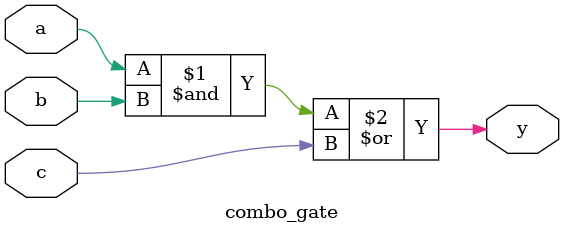
<source format=v>
module combo_gate (
  input a, input b, input c, output y
);

  assign y = (a & b) | c;
  
    
endmodule

</source>
